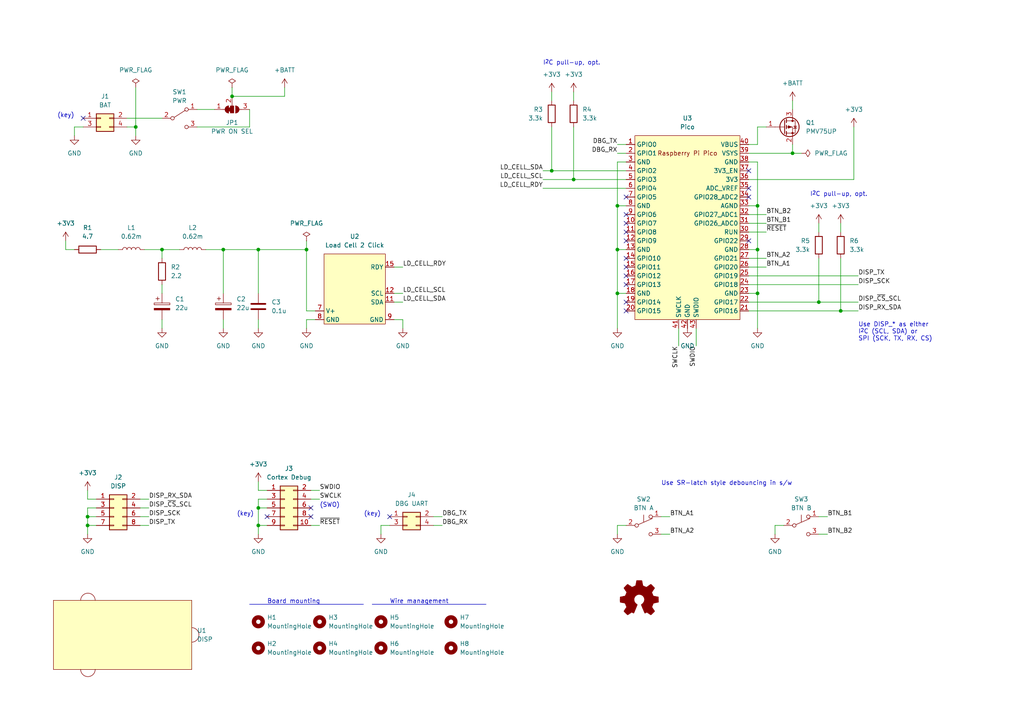
<source format=kicad_sch>
(kicad_sch (version 20211123) (generator eeschema)
  (paper "A4")
  (lib_symbols
    (symbol "Connector_Generic:Conn_02x02_Odd_Even" (pin_names (offset 1.016) hide)
      (property "Reference" "J" (at 1.27 2.54 0))
      (property "Value" "Conn_02x02_Odd_Even" (at 1.27 -5.08 0))
      (symbol "Conn_02x02_Odd_Even_1_1"
        (rectangle (start -1.27 -2.413) (end 0 -2.667) (stroke (width 0.1524)))
        (rectangle (start -1.27 0.127) (end 0 -0.127) (stroke (width 0.1524)))
        (rectangle (start -1.27 1.27) (end 3.81 -3.81) (stroke (width 0.254)) (fill (type background)))
        (rectangle (start 3.81 -2.413) (end 2.54 -2.667) (stroke (width 0.1524)))
        (rectangle (start 3.81 0.127) (end 2.54 -0.127) (stroke (width 0.1524)))
        (pin passive line (at -5.08 0 0) (length 3.81) (name "Pin_1") (number "1"))
        (pin passive line (at 7.62 0 180) (length 3.81) (name "Pin_2") (number "2"))
        (pin passive line (at -5.08 -2.54 0) (length 3.81) (name "Pin_3") (number "3"))
        (pin passive line (at 7.62 -2.54 180) (length 3.81) (name "Pin_4") (number "4"))
      )
    )
    (symbol "Connector_Generic:Conn_02x04_Odd_Even" (pin_names (offset 1.016) hide)
      (property "Reference" "J" (at 1.27 5.08 0))
      (property "Value" "Conn_02x04_Odd_Even" (at 1.27 -7.62 0))
      (symbol "Conn_02x04_Odd_Even_1_1"
        (rectangle (start -1.27 -4.953) (end 0 -5.207) (stroke (width 0.1524)))
        (rectangle (start -1.27 -2.413) (end 0 -2.667) (stroke (width 0.1524)))
        (rectangle (start -1.27 0.127) (end 0 -0.127) (stroke (width 0.1524)))
        (rectangle (start -1.27 2.667) (end 0 2.413) (stroke (width 0.1524)))
        (rectangle (start -1.27 3.81) (end 3.81 -6.35) (stroke (width 0.254)) (fill (type background)))
        (rectangle (start 3.81 -4.953) (end 2.54 -5.207) (stroke (width 0.1524)))
        (rectangle (start 3.81 -2.413) (end 2.54 -2.667) (stroke (width 0.1524)))
        (rectangle (start 3.81 0.127) (end 2.54 -0.127) (stroke (width 0.1524)))
        (rectangle (start 3.81 2.667) (end 2.54 2.413) (stroke (width 0.1524)))
        (pin passive line (at -5.08 2.54 0) (length 3.81) (name "Pin_1") (number "1"))
        (pin passive line (at 7.62 2.54 180) (length 3.81) (name "Pin_2") (number "2"))
        (pin passive line (at -5.08 0 0) (length 3.81) (name "Pin_3") (number "3"))
        (pin passive line (at 7.62 0 180) (length 3.81) (name "Pin_4") (number "4"))
        (pin passive line (at -5.08 -2.54 0) (length 3.81) (name "Pin_5") (number "5"))
        (pin passive line (at 7.62 -2.54 180) (length 3.81) (name "Pin_6") (number "6"))
        (pin passive line (at -5.08 -5.08 0) (length 3.81) (name "Pin_7") (number "7"))
        (pin passive line (at 7.62 -5.08 180) (length 3.81) (name "Pin_8") (number "8"))
      )
    )
    (symbol "Connector_Generic:Conn_02x05_Odd_Even" (pin_names (offset 1.016) hide)
      (property "Reference" "J" (at 1.27 7.62 0))
      (property "Value" "Conn_02x05_Odd_Even" (at 1.27 -7.62 0))
      (symbol "Conn_02x05_Odd_Even_1_1"
        (rectangle (start -1.27 -4.953) (end 0 -5.207) (stroke (width 0.1524)))
        (rectangle (start -1.27 -2.413) (end 0 -2.667) (stroke (width 0.1524)))
        (rectangle (start -1.27 0.127) (end 0 -0.127) (stroke (width 0.1524)))
        (rectangle (start -1.27 2.667) (end 0 2.413) (stroke (width 0.1524)))
        (rectangle (start -1.27 5.207) (end 0 4.953) (stroke (width 0.1524)))
        (rectangle (start -1.27 6.35) (end 3.81 -6.35) (stroke (width 0.254)) (fill (type background)))
        (rectangle (start 3.81 -4.953) (end 2.54 -5.207) (stroke (width 0.1524)))
        (rectangle (start 3.81 -2.413) (end 2.54 -2.667) (stroke (width 0.1524)))
        (rectangle (start 3.81 0.127) (end 2.54 -0.127) (stroke (width 0.1524)))
        (rectangle (start 3.81 2.667) (end 2.54 2.413) (stroke (width 0.1524)))
        (rectangle (start 3.81 5.207) (end 2.54 4.953) (stroke (width 0.1524)))
        (pin passive line (at -5.08 5.08 0) (length 3.81) (name "Pin_1") (number "1"))
        (pin passive line (at 7.62 -5.08 180) (length 3.81) (name "Pin_10") (number "10"))
        (pin passive line (at 7.62 5.08 180) (length 3.81) (name "Pin_2") (number "2"))
        (pin passive line (at -5.08 2.54 0) (length 3.81) (name "Pin_3") (number "3"))
        (pin passive line (at 7.62 2.54 180) (length 3.81) (name "Pin_4") (number "4"))
        (pin passive line (at -5.08 0 0) (length 3.81) (name "Pin_5") (number "5"))
        (pin passive line (at 7.62 0 180) (length 3.81) (name "Pin_6") (number "6"))
        (pin passive line (at -5.08 -2.54 0) (length 3.81) (name "Pin_7") (number "7"))
        (pin passive line (at 7.62 -2.54 180) (length 3.81) (name "Pin_8") (number "8"))
        (pin passive line (at -5.08 -5.08 0) (length 3.81) (name "Pin_9") (number "9"))
      )
    )
    (symbol "Device:C" (pin_numbers hide) (pin_names (offset 0.254))
      (property "Reference" "C" (at 0.635 2.54 0))
      (property "Value" "C" (at 0.635 -2.54 0))
      (symbol "C_0_1"
        (polyline (pts (xy -2.032 -0.762) (xy 2.032 -0.762)) (stroke (width 0.508)))
        (polyline (pts (xy -2.032 0.762) (xy 2.032 0.762)) (stroke (width 0.508)))
      )
      (symbol "C_1_1"
        (pin passive line (at 0 3.81 270) (length 2.794) (name "~") (number "1"))
        (pin passive line (at 0 -3.81 90) (length 2.794) (name "~") (number "2"))
      )
    )
    (symbol "Device:C_Polarized" (pin_numbers hide) (pin_names (offset 0.254))
      (property "Reference" "C" (at 0.635 2.54 0))
      (property "Value" "C_Polarized" (at 0.635 -2.54 0))
      (symbol "C_Polarized_0_1"
        (rectangle (start -2.286 0.508) (end 2.286 1.016))
        (polyline (pts (xy -1.778 2.286) (xy -0.762 2.286)))
        (polyline (pts (xy -1.27 2.794) (xy -1.27 1.778)))
        (rectangle (start 2.286 -0.508) (end -2.286 -1.016) (fill (type outline)))
      )
      (symbol "C_Polarized_1_1"
        (pin passive line (at 0 3.81 270) (length 2.794) (name "~") (number "1"))
        (pin passive line (at 0 -3.81 90) (length 2.794) (name "~") (number "2"))
      )
    )
    (symbol "Device:L" (pin_numbers hide) (pin_names (offset 1.016) hide)
      (property "Reference" "L" (at -1.27 0 90))
      (property "Value" "L" (at 1.905 0 90))
      (symbol "L_0_1"
        (arc (start 0 -2.54) (mid 0.635 -1.905) (end 0 -1.27))
        (arc (start 0 -1.27) (mid 0.635 -0.635) (end 0 0))
        (arc (start 0 0) (mid 0.635 0.635) (end 0 1.27))
        (arc (start 0 1.27) (mid 0.635 1.905) (end 0 2.54))
      )
      (symbol "L_1_1"
        (pin passive line (at 0 3.81 270) (length 1.27) (name "1") (number "1"))
        (pin passive line (at 0 -3.81 90) (length 1.27) (name "2") (number "2"))
      )
    )
    (symbol "Device:Q_PMOS_GSD" (pin_names (offset 0) hide)
      (property "Reference" "Q" (at 5.08 1.27 0))
      (property "Value" "Q_PMOS_GSD" (at 5.08 -1.27 0))
      (symbol "Q_PMOS_GSD_0_1"
        (polyline (pts (xy 0.254 0) (xy -2.54 0)))
        (polyline (pts (xy 0.254 1.905) (xy 0.254 -1.905)) (stroke (width 0.254)))
        (polyline (pts (xy 0.762 -1.27) (xy 0.762 -2.286)) (stroke (width 0.254)))
        (polyline (pts (xy 0.762 0.508) (xy 0.762 -0.508)) (stroke (width 0.254)))
        (polyline (pts (xy 0.762 2.286) (xy 0.762 1.27)) (stroke (width 0.254)))
        (polyline (pts (xy 2.54 2.54) (xy 2.54 1.778)))
        (polyline (pts (xy 2.54 -2.54) (xy 2.54 0) (xy 0.762 0)))
        (polyline (pts (xy 0.762 1.778) (xy 3.302 1.778) (xy 3.302 -1.778) (xy 0.762 -1.778)))
        (polyline (pts (xy 2.286 0) (xy 1.27 0.381) (xy 1.27 -0.381) (xy 2.286 0)) (fill (type outline)))
        (polyline (pts (xy 2.794 -0.508) (xy 2.921 -0.381) (xy 3.683 -0.381) (xy 3.81 -0.254)))
        (polyline (pts (xy 3.302 -0.381) (xy 2.921 0.254) (xy 3.683 0.254) (xy 3.302 -0.381)))
        (circle (center 1.651 0) (radius 2.794) (stroke (width 0.254)))
        (circle (center 2.54 -1.778) (radius 0.254) (fill (type outline)))
        (circle (center 2.54 1.778) (radius 0.254) (fill (type outline)))
      )
      (symbol "Q_PMOS_GSD_1_1"
        (pin input line (at -5.08 0 0) (length 2.54) (name "G") (number "1"))
        (pin passive line (at 2.54 -5.08 90) (length 2.54) (name "S") (number "2"))
        (pin passive line (at 2.54 5.08 270) (length 2.54) (name "D") (number "3"))
      )
    )
    (symbol "Device:R" (pin_numbers hide) (pin_names (offset 0))
      (property "Reference" "R" (at 2.032 0 90))
      (property "Value" "R" (at 0 0 90))
      (symbol "R_0_1"
        (rectangle (start -1.016 -2.54) (end 1.016 2.54) (stroke (width 0.254)))
      )
      (symbol "R_1_1"
        (pin passive line (at 0 3.81 270) (length 1.27) (name "~") (number "1"))
        (pin passive line (at 0 -3.81 90) (length 1.27) (name "~") (number "2"))
      )
    )
    (symbol "Graphic:Logo_Open_Hardware_Small" (pin_names (offset 1.016))
      (symbol "Logo_Open_Hardware_Small_0_1"
        (polyline (pts (xy 3.3528 -4.3434) (xy 3.302 -4.318) (xy 3.175 -4.2418) (xy 2.9972 -4.1148) (xy 2.7686 -3.9624) (xy 2.54 -3.81) (xy 2.3622 -3.7084) (xy 2.2352 -3.6068) (xy 2.1844 -3.5814) (xy 2.159 -3.6068) (xy 2.0574 -3.6576) (xy 1.905 -3.7338) (xy 1.8034 -3.7846) (xy 1.6764 -3.8354) (xy 1.6002 -3.8354) (xy 1.6002 -3.8354) (xy 1.5494 -3.7338) (xy 1.4732 -3.5306) (xy 1.3462 -3.302) (xy 1.2446 -3.0226) (xy 1.1176 -2.7178) (xy 0.9652 -2.413) (xy 0.8636 -2.1082) (xy 0.7366 -1.8288) (xy 0.6604 -1.6256) (xy 0.6096 -1.4732) (xy 0.5842 -1.397) (xy 0.5842 -1.397) (xy 0.6604 -1.3208) (xy 0.7874 -1.2446) (xy 1.0414 -1.016) (xy 1.2954 -0.6858) (xy 1.4478 -0.3302) (xy 1.524 0.0762) (xy 1.4732 0.4572) (xy 1.3208 0.8128) (xy 1.0668 1.143) (xy 0.762 1.3716) (xy 0.4064 1.524) (xy 0 1.5748) (xy -0.381 1.5494) (xy -0.7366 1.397) (xy -1.0668 1.143) (xy -1.2192 0.9906) (xy -1.397 0.6604) (xy -1.524 0.3048) (xy -1.524 0.2286) (xy -1.4986 -0.1778) (xy -1.397 -0.5334) (xy -1.1938 -0.8636) (xy -0.9144 -1.143) (xy -0.8636 -1.1684) (xy -0.7366 -1.27) (xy -0.635 -1.3462) (xy -0.5842 -1.397) (xy -1.0668 -2.5908) (xy -1.143 -2.794) (xy -1.2954 -3.1242) (xy -1.397 -3.4036) (xy -1.4986 -3.6322) (xy -1.5748 -3.7846) (xy -1.6002 -3.8354) (xy -1.6002 -3.8354) (xy -1.651 -3.8354) (xy -1.7272 -3.81) (xy -1.905 -3.7338) (xy -2.0066 -3.683) (xy -2.1336 -3.6068) (xy -2.2098 -3.5814) (xy -2.2606 -3.6068) (xy -2.3622 -3.683) (xy -2.54 -3.81) (xy -2.7686 -3.9624) (xy -2.9718 -4.0894) (xy -3.1496 -4.2164) (xy -3.302 -4.318) (xy -3.3528 -4.3434) (xy -3.3782 -4.3434) (xy -3.429 -4.318) (xy -3.5306 -4.2164) (xy -3.7084 -4.064) (xy -3.937 -3.8354) (xy -3.9624 -3.81) (xy -4.1656 -3.6068) (xy -4.318 -3.4544) (xy -4.4196 -3.3274) (xy -4.445 -3.2766) (xy -4.445 -3.2766) (xy -4.4196 -3.2258) (xy -4.318 -3.0734) (xy -4.2164 -2.8956) (xy -4.064 -2.667) (xy -3.6576 -2.0828) (xy -3.8862 -1.5494) (xy -3.937 -1.3716) (xy -4.0386 -1.1684) (xy -4.0894 -1.0414) (xy -4.1148 -0.9652) (xy -4.191 -0.9398) (xy -4.318 -0.9144) (xy -4.5466 -0.8636) (xy -4.8006 -0.8128) (xy -5.0546 -0.7874) (xy -5.2578 -0.7366) (xy -5.4356 -0.7112) (xy -5.5118 -0.6858) (xy -5.5118 -0.6858) (xy -5.5372 -0.635) (xy -5.5372 -0.5588) (xy -5.5372 -0.4318) (xy -5.5626 -0.2286) (xy -5.5626 0.0762) (xy -5.5626 0.127) (xy -5.5372 0.4064) (xy -5.5372 0.635) (xy -5.5372 0.762) (xy -5.5372 0.8382) (xy -5.5372 0.8382) (xy -5.461 0.8382) (xy -5.3086 0.889) (xy -5.08 0.9144) (xy -4.826 0.9652) (xy -4.8006 0.9906) (xy -4.5466 1.0414) (xy -4.318 1.0668) (xy -4.1656 1.1176) (xy -4.0894 1.143) (xy -4.0894 1.143) (xy -4.0386 1.2446) (xy -3.9624 1.4224) (xy -3.8608 1.6256) (xy -3.7846 1.8288) (xy -3.7084 2.0066) (xy -3.6576 2.159) (xy -3.6322 2.2098) (xy -3.6322 2.2098) (xy -3.683 2.286) (xy -3.7592 2.413) (xy -3.8862 2.5908) (xy -4.064 2.8194) (xy -4.064 2.8448) (xy -4.2164 3.0734) (xy -4.3434 3.2512) (xy -4.4196 3.3782) (xy -4.445 3.4544) (xy -4.445 3.4544) (xy -4.3942 3.5052) (xy -4.2926 3.6322) (xy -4.1148 3.81) (xy -3.937 4.0132) (xy -3.8608 4.064) (xy -3.6576 4.2926) (xy -3.5052 4.4196) (xy -3.4036 4.4958) (xy -3.3528 4.5212) (xy -3.3528 4.5212) (xy -3.302 4.4704) (xy -3.1496 4.3688) (xy -2.9718 4.2418) (xy -2.7432 4.0894) (xy -2.7178 4.0894) (xy -2.4892 3.937) (xy -2.3114 3.81) (xy -2.1844 3.7084) (xy -2.1336 3.683) (xy -2.1082 3.683) (xy -2.032 3.7084) (xy -1.8542 3.7592) (xy -1.6764 3.8354) (xy -1.4732 3.937) (xy -1.27 4.0132) (xy -1.143 4.064) (xy -1.0668 4.1148) (xy -1.0668 4.1148) (xy -1.0414 4.191) (xy -1.016 4.3434) (xy -0.9652 4.572) (xy -0.9144 4.8514) (xy -0.889 4.9022) (xy -0.8382 5.1562) (xy -0.8128 5.3848) (xy -0.7874 5.5372) (xy -0.762 5.588) (xy -0.7112 5.6134) (xy -0.5842 5.6134) (xy -0.4064 5.6134) (xy -0.1524 5.6134) (xy 0.0762 5.6134) (xy 0.3302 5.6134) (xy 0.5334 5.6134) (xy 0.6858 5.588) (xy 0.7366 5.588) (xy 0.7366 5.588) (xy 0.762 5.5118) (xy 0.8128 5.334) (xy 0.8382 5.1054) (xy 0.9144 4.826) (xy 0.9144 4.7752) (xy 0.9652 4.5212) (xy 1.016 4.2926) (xy 1.0414 4.1402) (xy 1.0668 4.0894) (xy 1.0668 4.0894) (xy 1.1938 4.0386) (xy 1.3716 3.9624) (xy 1.5748 3.8608) (xy 2.0828 3.6576) (xy 2.7178 4.0894) (xy 2.7686 4.1402) (xy 2.9972 4.2926) (xy 3.175 4.4196) (xy 3.302 4.4958) (xy 3.3782 4.5212) (xy 3.3782 4.5212) (xy 3.429 4.4704) (xy 3.556 4.3434) (xy 3.7338 4.191) (xy 3.9116 3.9878) (xy 4.064 3.8354) (xy 4.2418 3.6576) (xy 4.3434 3.556) (xy 4.4196 3.4798) (xy 4.4196 3.429) (xy 4.4196 3.4036) (xy 4.3942 3.3274) (xy 4.2926 3.2004) (xy 4.1656 2.9972) (xy 4.0132 2.794) (xy 3.8862 2.5908) (xy 3.7592 2.3876) (xy 3.6576 2.2352) (xy 3.6322 2.159) (xy 3.6322 2.1336) (xy 3.683 2.0066) (xy 3.7592 1.8288) (xy 3.8608 1.6002) (xy 4.064 1.1176) (xy 4.3942 1.0414) (xy 4.5974 1.016) (xy 4.8768 0.9652) (xy 5.1308 0.9144) (xy 5.5372 0.8382) (xy 5.5626 -0.6604) (xy 5.4864 -0.6858) (xy 5.4356 -0.6858) (xy 5.2832 -0.7366) (xy 5.0546 -0.762) (xy 4.8006 -0.8128) (xy 4.5974 -0.8636) (xy 4.3688 -0.9144) (xy 4.2164 -0.9398) (xy 4.1402 -0.9398) (xy 4.1148 -0.9652) (xy 4.064 -1.0668) (xy 3.9878 -1.2446) (xy 3.9116 -1.4478) (xy 3.81 -1.651) (xy 3.7338 -1.8542) (xy 3.683 -2.0066) (xy 3.6576 -2.0828) (xy 3.683 -2.1336) (xy 3.7846 -2.2606) (xy 3.8862 -2.4638) (xy 4.0386 -2.667) (xy 4.191 -2.8956) (xy 4.318 -3.0734) (xy 4.3942 -3.2004) (xy 4.445 -3.2766) (xy 4.4196 -3.3274) (xy 4.3434 -3.429) (xy 4.1656 -3.5814) (xy 3.937 -3.8354) (xy 3.8862 -3.8608) (xy 3.683 -4.064) (xy 3.5306 -4.2164) (xy 3.4036 -4.318) (xy 3.3528 -4.3434)) (fill (type outline)))
      )
    )
    (symbol "Jumper:SolderJumper_3_Bridged12" (pin_names (offset 0) hide)
      (property "Reference" "JP" (at -2.54 -2.54 0))
      (property "Value" "SolderJumper_3_Bridged12" (at 0 2.794 0))
      (symbol "SolderJumper_3_Bridged12_0_1"
        (rectangle (start -1.016 0.508) (end -0.508 -0.508) (fill (type outline)))
        (arc (start -1.016 1.016) (mid -2.032 0) (end -1.016 -1.016))
        (arc (start -1.016 1.016) (mid -2.032 0) (end -1.016 -1.016) (fill (type outline)))
        (rectangle (start -0.508 1.016) (end 0.508 -1.016) (fill (type outline)))
        (polyline (pts (xy -2.54 0) (xy -2.032 0)))
        (polyline (pts (xy -1.016 1.016) (xy -1.016 -1.016)))
        (polyline (pts (xy 0 -1.27) (xy 0 -1.016)))
        (polyline (pts (xy 1.016 1.016) (xy 1.016 -1.016)))
        (polyline (pts (xy 2.54 0) (xy 2.032 0)))
        (arc (start 1.016 -1.016) (mid 2.032 0) (end 1.016 1.016))
        (arc (start 1.016 -1.016) (mid 2.032 0) (end 1.016 1.016) (fill (type outline)))
      )
      (symbol "SolderJumper_3_Bridged12_1_1"
        (pin passive line (at -5.08 0 0) (length 2.54) (name "A") (number "1"))
        (pin passive line (at 0 -3.81 90) (length 2.54) (name "C") (number "2"))
        (pin passive line (at 5.08 0 180) (length 2.54) (name "B") (number "3"))
      )
    )
    (symbol "Local:Load Cell 2 Click"
      (property "Reference" "U3" (at 0 15.24 0))
      (property "Value" "Load Cell 2 Click" (at 0 12.7 0))
      (symbol "Load Cell 2 Click_0_0"
        (pin bidirectional line (at 11.43 -3.81 180) (length 2.54) (name "SDA") (number "11"))
        (pin bidirectional line (at 11.43 -1.27 180) (length 2.54) (name "SCL") (number "12"))
        (pin output line (at 11.43 6.35 180) (length 2.54) (name "RDY") (number "15"))
        (pin power_in line (at -11.43 -6.35 0) (length 2.54) (name "V+") (number "7"))
        (pin power_in line (at -11.43 -8.89 0) (length 2.54) (name "GND") (number "8"))
        (pin power_in line (at 11.43 -8.89 180) (length 2.54) (name "GND") (number "9"))
      )
      (symbol "Load Cell 2 Click_0_1"
        (rectangle (start -8.89 10.16) (end 8.89 -10.16) (fill (type background)))
      )
    )
    (symbol "Local:Seeed_Grove_20x40"
      (property "Reference" "U?" (at 21.59 1.2701 0))
      (property "Value" "DISP" (at 21.59 -1.2699 0))
      (symbol "Seeed_Grove_20x40_0_1"
        (rectangle (start -20.066 10.033) (end 20.066 -10.033) (fill (type background)))
        (arc (start -20.0455 2.1082) (mid -22.1743 0) (end -20.0455 -2.1082))
        (arc (start 7.9502 -10.0125) (mid 10.0584 -12.1413) (end 12.1666 -10.0125))
        (arc (start 12.1666 10.0125) (mid 10.0584 12.1413) (end 7.9502 10.0125))
      )
    )
    (symbol "Mechanical:MountingHole" (pin_names (offset 1.016))
      (property "Reference" "H" (at 0 5.08 0))
      (property "Value" "MountingHole" (at 0 3.175 0))
      (symbol "MountingHole_0_1"
        (circle (center 0 0) (radius 1.27) (stroke (width 1.27)))
      )
    )
    (symbol "RPi Pico:Pico"
      (property "Reference" "U" (at -13.97 27.94 0))
      (property "Value" "Pico" (at 0 19.05 0))
      (symbol "Pico_0_0"
        (text "Raspberry Pi Pico" (at 0 21.59 0) (effects (font (size 1.27 1.27))))
      )
      (symbol "Pico_0_1"
        (rectangle (start -15.24 26.67) (end 15.24 -26.67) (fill (type background)))
      )
      (symbol "Pico_1_1"
        (pin bidirectional line (at -17.78 24.13 0) (length 2.54) (name "GPIO0") (number "1"))
        (pin bidirectional line (at -17.78 1.27 0) (length 2.54) (name "GPIO7") (number "10"))
        (pin bidirectional line (at -17.78 -1.27 0) (length 2.54) (name "GPIO8") (number "11"))
        (pin bidirectional line (at -17.78 -3.81 0) (length 2.54) (name "GPIO9") (number "12"))
        (pin power_in line (at -17.78 -6.35 0) (length 2.54) (name "GND") (number "13"))
        (pin bidirectional line (at -17.78 -8.89 0) (length 2.54) (name "GPIO10") (number "14"))
        (pin bidirectional line (at -17.78 -11.43 0) (length 2.54) (name "GPIO11") (number "15"))
        (pin bidirectional line (at -17.78 -13.97 0) (length 2.54) (name "GPIO12") (number "16"))
        (pin bidirectional line (at -17.78 -16.51 0) (length 2.54) (name "GPIO13") (number "17"))
        (pin power_in line (at -17.78 -19.05 0) (length 2.54) (name "GND") (number "18"))
        (pin bidirectional line (at -17.78 -21.59 0) (length 2.54) (name "GPIO14") (number "19"))
        (pin bidirectional line (at -17.78 21.59 0) (length 2.54) (name "GPIO1") (number "2"))
        (pin bidirectional line (at -17.78 -24.13 0) (length 2.54) (name "GPIO15") (number "20"))
        (pin bidirectional line (at 17.78 -24.13 180) (length 2.54) (name "GPIO16") (number "21"))
        (pin bidirectional line (at 17.78 -21.59 180) (length 2.54) (name "GPIO17") (number "22"))
        (pin power_in line (at 17.78 -19.05 180) (length 2.54) (name "GND") (number "23"))
        (pin bidirectional line (at 17.78 -16.51 180) (length 2.54) (name "GPIO18") (number "24"))
        (pin bidirectional line (at 17.78 -13.97 180) (length 2.54) (name "GPIO19") (number "25"))
        (pin bidirectional line (at 17.78 -11.43 180) (length 2.54) (name "GPIO20") (number "26"))
        (pin bidirectional line (at 17.78 -8.89 180) (length 2.54) (name "GPIO21") (number "27"))
        (pin power_in line (at 17.78 -6.35 180) (length 2.54) (name "GND") (number "28"))
        (pin bidirectional line (at 17.78 -3.81 180) (length 2.54) (name "GPIO22") (number "29"))
        (pin power_in line (at -17.78 19.05 0) (length 2.54) (name "GND") (number "3"))
        (pin input line (at 17.78 -1.27 180) (length 2.54) (name "RUN") (number "30"))
        (pin bidirectional line (at 17.78 1.27 180) (length 2.54) (name "GPIO26_ADC0") (number "31"))
        (pin bidirectional line (at 17.78 3.81 180) (length 2.54) (name "GPIO27_ADC1") (number "32"))
        (pin power_in line (at 17.78 6.35 180) (length 2.54) (name "AGND") (number "33"))
        (pin bidirectional line (at 17.78 8.89 180) (length 2.54) (name "GPIO28_ADC2") (number "34"))
        (pin power_in line (at 17.78 11.43 180) (length 2.54) (name "ADC_VREF") (number "35"))
        (pin power_out line (at 17.78 13.97 180) (length 2.54) (name "3V3") (number "36"))
        (pin input line (at 17.78 16.51 180) (length 2.54) (name "3V3_EN") (number "37"))
        (pin power_in line (at 17.78 19.05 180) (length 2.54) (name "GND") (number "38"))
        (pin power_in line (at 17.78 21.59 180) (length 2.54) (name "VSYS") (number "39"))
        (pin bidirectional line (at -17.78 16.51 0) (length 2.54) (name "GPIO2") (number "4"))
        (pin power_out line (at 17.78 24.13 180) (length 2.54) (name "VBUS") (number "40"))
        (pin input line (at -2.54 -29.21 90) (length 2.54) (name "SWCLK") (number "41"))
        (pin power_in line (at 0 -29.21 90) (length 2.54) (name "GND") (number "42"))
        (pin bidirectional line (at 2.54 -29.21 90) (length 2.54) (name "SWDIO") (number "43"))
        (pin bidirectional line (at -17.78 13.97 0) (length 2.54) (name "GPIO3") (number "5"))
        (pin bidirectional line (at -17.78 11.43 0) (length 2.54) (name "GPIO4") (number "6"))
        (pin bidirectional line (at -17.78 8.89 0) (length 2.54) (name "GPIO5") (number "7"))
        (pin power_in line (at -17.78 6.35 0) (length 2.54) (name "GND") (number "8"))
        (pin bidirectional line (at -17.78 3.81 0) (length 2.54) (name "GPIO6") (number "9"))
      )
    )
    (symbol "Switch:SW_Push_SPDT" (pin_names (offset 0) hide)
      (property "Reference" "SW" (at 0 4.318 0))
      (property "Value" "SW_Push_SPDT" (at 0 -5.08 0))
      (symbol "SW_Push_SPDT_0_0"
        (circle (center -2.032 0) (radius 0.508))
        (polyline (pts (xy 0 1.016) (xy 0 3.048)))
        (circle (center 2.032 -2.54) (radius 0.508))
      )
      (symbol "SW_Push_SPDT_0_1"
        (polyline (pts (xy -1.524 0.254) (xy 2.54 2.032)))
        (circle (center 2.032 2.54) (radius 0.508))
      )
      (symbol "SW_Push_SPDT_1_1"
        (pin passive line (at 5.08 2.54 180) (length 2.54) (name "A") (number "1"))
        (pin passive line (at -5.08 0 0) (length 2.54) (name "B") (number "2"))
        (pin passive line (at 5.08 -2.54 180) (length 2.54) (name "C") (number "3"))
      )
    )
    (symbol "Switch:SW_SPDT" (pin_names (offset 0) hide)
      (property "Reference" "SW" (at 0 4.318 0))
      (property "Value" "SW_SPDT" (at 0 -5.08 0))
      (symbol "SW_SPDT_0_0"
        (circle (center -2.032 0) (radius 0.508))
        (circle (center 2.032 -2.54) (radius 0.508))
      )
      (symbol "SW_SPDT_0_1"
        (polyline (pts (xy -1.524 0.254) (xy 1.651 2.286)))
        (circle (center 2.032 2.54) (radius 0.508))
      )
      (symbol "SW_SPDT_1_1"
        (pin passive line (at 5.08 2.54 180) (length 2.54) (name "A") (number "1"))
        (pin passive line (at -5.08 0 0) (length 2.54) (name "B") (number "2"))
        (pin passive line (at 5.08 -2.54 180) (length 2.54) (name "C") (number "3"))
      )
    )
    (symbol "power:+3V3" (power) (pin_names (offset 0))
      (property "Value" "+3V3" (at 0 3.556 0))
      (symbol "+3V3_0_1"
        (polyline (pts (xy -0.762 1.27) (xy 0 2.54)))
        (polyline (pts (xy 0 0) (xy 0 2.54)))
        (polyline (pts (xy 0 2.54) (xy 0.762 1.27)))
      )
      (symbol "+3V3_1_1"
        (pin power_in line (at 0 0 90) (length 0) hide (name "+3V3") (number "1"))
      )
    )
    (symbol "power:+BATT" (power) (pin_names (offset 0))
      (property "Value" "+BATT" (at 0 3.556 0))
      (symbol "+BATT_0_1"
        (polyline (pts (xy -0.762 1.27) (xy 0 2.54)))
        (polyline (pts (xy 0 0) (xy 0 2.54)))
        (polyline (pts (xy 0 2.54) (xy 0.762 1.27)))
      )
      (symbol "+BATT_1_1"
        (pin power_in line (at 0 0 90) (length 0) hide (name "+BATT") (number "1"))
      )
    )
    (symbol "power:GND" (power) (pin_names (offset 0))
      (property "Value" "GND" (at 0 -3.81 0))
      (symbol "GND_0_1"
        (polyline (pts (xy 0 0) (xy 0 -1.27) (xy 1.27 -1.27) (xy 0 -2.54) (xy -1.27 -1.27) (xy 0 -1.27)))
      )
      (symbol "GND_1_1"
        (pin power_in line (at 0 0 270) (length 0) hide (name "GND") (number "1"))
      )
    )
    (symbol "power:PWR_FLAG" (power) (pin_numbers hide) (pin_names (offset 0) hide)
      (property "Value" "PWR_FLAG" (at 0 3.81 0))
      (symbol "PWR_FLAG_0_0"
        (pin power_out line (at 0 0 90) (length 0) (name "pwr") (number "1"))
      )
      (symbol "PWR_FLAG_0_1"
        (polyline (pts (xy 0 0) (xy 0 1.27) (xy -1.016 1.905) (xy 0 2.54) (xy 1.016 1.905) (xy 0 1.27)))
      )
    )
  )
  (junction (at 39.37 36.83))
  (junction (at 64.77 72.39))
  (junction (at 46.99 72.39))
  (junction (at 25.4 152.4))
  (junction (at 179.07 85.09))
  (junction (at 25.4 149.86))
  (junction (at 219.71 85.09))
  (junction (at 237.49 87.63))
  (junction (at 243.84 90.17))
  (junction (at 219.71 72.39))
  (junction (at 88.9 72.39))
  (junction (at 74.93 147.32))
  (junction (at 160.02 49.53))
  (junction (at 179.07 59.69))
  (junction (at 74.93 152.4))
  (junction (at 166.37 52.07))
  (junction (at 179.07 72.39))
  (junction (at 74.93 72.39))
  (junction (at 229.87 44.45))
  (junction (at 67.31 27.94))
  (junction (at 219.71 59.69))
  (no_connect (at 90.17 147.32))
  (no_connect (at 90.17 149.86))
  (no_connect (at 77.47 149.86))
  (no_connect (at 24.13 34.29))
  (no_connect (at 181.61 69.85))
  (no_connect (at 181.61 67.31))
  (no_connect (at 181.61 64.77))
  (no_connect (at 181.61 62.23))
  (no_connect (at 181.61 57.15))
  (no_connect (at 181.61 90.17))
  (no_connect (at 181.61 87.63))
  (no_connect (at 181.61 82.55))
  (no_connect (at 181.61 80.01))
  (no_connect (at 217.17 49.53))
  (no_connect (at 217.17 54.61))
  (no_connect (at 217.17 57.15))
  (no_connect (at 217.17 69.85))
  (no_connect (at 181.61 77.47))
  (no_connect (at 181.61 74.93))
  (no_connect (at 113.03 149.86))
  (wire (pts (xy 25.4 147.32) (xy 27.94 147.32)))
  (polyline (pts (xy 72.39 175.26) (xy 105.41 175.26)) (stroke (width 0) (type solid)))
  (wire (pts (xy 179.07 72.39) (xy 181.61 72.39)))
  (wire (pts (xy 179.07 154.94) (xy 179.07 152.4)))
  (wire (pts (xy 237.49 64.77) (xy 237.49 67.31)))
  (wire (pts (xy 114.3 85.09) (xy 116.84 85.09)))
  (wire (pts (xy 57.15 31.75) (xy 62.23 31.75)))
  (wire (pts (xy 77.47 147.32) (xy 74.93 147.32)))
  (wire (pts (xy 21.59 36.83) (xy 21.59 39.37)))
  (wire (pts (xy 114.3 92.71) (xy 116.84 92.71)))
  (wire (pts (xy 46.99 72.39) (xy 46.99 74.93)))
  (wire (pts (xy 40.64 144.78) (xy 43.18 144.78)))
  (wire (pts (xy 217.17 52.07) (xy 247.65 52.07)))
  (wire (pts (xy 160.02 49.53) (xy 181.61 49.53)))
  (wire (pts (xy 179.07 41.91) (xy 181.61 41.91)))
  (wire (pts (xy 74.93 72.39) (xy 74.93 85.09)))
  (wire (pts (xy 160.02 36.83) (xy 160.02 49.53)))
  (wire (pts (xy 219.71 85.09) (xy 219.71 95.25)))
  (wire (pts (xy 179.07 46.99) (xy 179.07 59.69)))
  (wire (pts (xy 166.37 26.67) (xy 166.37 29.21)))
  (wire (pts (xy 46.99 72.39) (xy 52.07 72.39)))
  (wire (pts (xy 243.84 90.17) (xy 248.92 90.17)))
  (wire (pts (xy 19.05 72.39) (xy 19.05 69.85)))
  (wire (pts (xy 217.17 41.91) (xy 219.71 41.91)))
  (wire (pts (xy 166.37 52.07) (xy 181.61 52.07)))
  (wire (pts (xy 217.17 82.55) (xy 248.92 82.55)))
  (wire (pts (xy 88.9 92.71) (xy 88.9 95.25)))
  (wire (pts (xy 217.17 44.45) (xy 229.87 44.45)))
  (wire (pts (xy 88.9 92.71) (xy 91.44 92.71)))
  (polyline (pts (xy 107.95 175.26) (xy 140.97 175.26)) (stroke (width 0) (type solid)))
  (wire (pts (xy 217.17 87.63) (xy 237.49 87.63)))
  (wire (pts (xy 217.17 74.93) (xy 222.25 74.93)))
  (wire (pts (xy 179.07 59.69) (xy 181.61 59.69)))
  (wire (pts (xy 57.15 36.83) (xy 72.39 36.83)))
  (wire (pts (xy 40.64 149.86) (xy 43.18 149.86)))
  (wire (pts (xy 237.49 154.94) (xy 240.03 154.94)))
  (wire (pts (xy 110.49 152.4) (xy 110.49 154.94)))
  (wire (pts (xy 191.77 154.94) (xy 194.31 154.94)))
  (wire (pts (xy 191.77 149.86) (xy 194.31 149.86)))
  (wire (pts (xy 243.84 64.77) (xy 243.84 67.31)))
  (wire (pts (xy 179.07 152.4) (xy 181.61 152.4)))
  (wire (pts (xy 217.17 64.77) (xy 222.25 64.77)))
  (wire (pts (xy 217.17 80.01) (xy 248.92 80.01)))
  (wire (pts (xy 74.93 144.78) (xy 77.47 144.78)))
  (wire (pts (xy 29.21 72.39) (xy 34.29 72.39)))
  (wire (pts (xy 39.37 25.4) (xy 39.37 36.83)))
  (wire (pts (xy 90.17 152.4) (xy 92.71 152.4)))
  (wire (pts (xy 237.49 149.86) (xy 240.03 149.86)))
  (wire (pts (xy 39.37 39.37) (xy 39.37 36.83)))
  (wire (pts (xy 88.9 69.85) (xy 88.9 72.39)))
  (wire (pts (xy 166.37 36.83) (xy 166.37 52.07)))
  (wire (pts (xy 74.93 92.71) (xy 74.93 95.25)))
  (wire (pts (xy 74.93 147.32) (xy 74.93 152.4)))
  (wire (pts (xy 64.77 92.71) (xy 64.77 95.25)))
  (wire (pts (xy 157.48 49.53) (xy 160.02 49.53)))
  (wire (pts (xy 179.07 72.39) (xy 179.07 85.09)))
  (wire (pts (xy 157.48 54.61) (xy 181.61 54.61)))
  (wire (pts (xy 74.93 152.4) (xy 77.47 152.4)))
  (wire (pts (xy 237.49 74.93) (xy 237.49 87.63)))
  (wire (pts (xy 217.17 46.99) (xy 219.71 46.99)))
  (wire (pts (xy 217.17 90.17) (xy 243.84 90.17)))
  (wire (pts (xy 110.49 152.4) (xy 113.03 152.4)))
  (wire (pts (xy 21.59 36.83) (xy 24.13 36.83)))
  (wire (pts (xy 74.93 152.4) (xy 74.93 154.94)))
  (wire (pts (xy 219.71 46.99) (xy 219.71 59.69)))
  (wire (pts (xy 59.69 72.39) (xy 64.77 72.39)))
  (wire (pts (xy 88.9 72.39) (xy 88.9 90.17)))
  (wire (pts (xy 46.99 92.71) (xy 46.99 95.25)))
  (wire (pts (xy 90.17 142.24) (xy 92.71 142.24)))
  (wire (pts (xy 25.4 149.86) (xy 27.94 149.86)))
  (wire (pts (xy 36.83 36.83) (xy 39.37 36.83)))
  (wire (pts (xy 160.02 26.67) (xy 160.02 29.21)))
  (wire (pts (xy 64.77 85.09) (xy 64.77 72.39)))
  (wire (pts (xy 40.64 152.4) (xy 43.18 152.4)))
  (wire (pts (xy 229.87 29.21) (xy 229.87 31.75)))
  (wire (pts (xy 237.49 87.63) (xy 248.92 87.63)))
  (wire (pts (xy 179.07 44.45) (xy 181.61 44.45)))
  (wire (pts (xy 74.93 72.39) (xy 88.9 72.39)))
  (wire (pts (xy 219.71 59.69) (xy 219.71 72.39)))
  (wire (pts (xy 224.79 154.94) (xy 224.79 152.4)))
  (wire (pts (xy 196.85 95.25) (xy 196.85 100.33)))
  (wire (pts (xy 25.4 152.4) (xy 25.4 154.94)))
  (wire (pts (xy 25.4 147.32) (xy 25.4 149.86)))
  (wire (pts (xy 88.9 90.17) (xy 91.44 90.17)))
  (wire (pts (xy 25.4 144.78) (xy 27.94 144.78)))
  (wire (pts (xy 114.3 87.63) (xy 116.84 87.63)))
  (wire (pts (xy 179.07 85.09) (xy 181.61 85.09)))
  (wire (pts (xy 217.17 85.09) (xy 219.71 85.09)))
  (wire (pts (xy 41.91 72.39) (xy 46.99 72.39)))
  (wire (pts (xy 90.17 144.78) (xy 92.71 144.78)))
  (wire (pts (xy 82.55 25.4) (xy 82.55 27.94)))
  (wire (pts (xy 217.17 59.69) (xy 219.71 59.69)))
  (wire (pts (xy 219.71 72.39) (xy 219.71 85.09)))
  (wire (pts (xy 217.17 72.39) (xy 219.71 72.39)))
  (wire (pts (xy 77.47 142.24) (xy 74.93 142.24)))
  (wire (pts (xy 229.87 41.91) (xy 229.87 44.45)))
  (wire (pts (xy 125.73 152.4) (xy 128.27 152.4)))
  (wire (pts (xy 247.65 36.83) (xy 247.65 52.07)))
  (wire (pts (xy 125.73 149.86) (xy 128.27 149.86)))
  (wire (pts (xy 179.07 85.09) (xy 179.07 95.25)))
  (wire (pts (xy 114.3 77.47) (xy 116.84 77.47)))
  (wire (pts (xy 21.59 72.39) (xy 19.05 72.39)))
  (wire (pts (xy 217.17 62.23) (xy 222.25 62.23)))
  (wire (pts (xy 67.31 25.4) (xy 67.31 27.94)))
  (wire (pts (xy 116.84 92.71) (xy 116.84 95.25)))
  (wire (pts (xy 219.71 36.83) (xy 219.71 41.91)))
  (wire (pts (xy 243.84 74.93) (xy 243.84 90.17)))
  (wire (pts (xy 229.87 44.45) (xy 232.41 44.45)))
  (wire (pts (xy 25.4 142.24) (xy 25.4 144.78)))
  (wire (pts (xy 25.4 149.86) (xy 25.4 152.4)))
  (wire (pts (xy 179.07 59.69) (xy 179.07 72.39)))
  (wire (pts (xy 74.93 144.78) (xy 74.93 147.32)))
  (wire (pts (xy 36.83 34.29) (xy 46.99 34.29)))
  (wire (pts (xy 217.17 77.47) (xy 222.25 77.47)))
  (wire (pts (xy 201.93 95.25) (xy 201.93 100.33)))
  (wire (pts (xy 74.93 139.7) (xy 74.93 142.24)))
  (wire (pts (xy 40.64 147.32) (xy 43.18 147.32)))
  (wire (pts (xy 72.39 31.75) (xy 72.39 36.83)))
  (wire (pts (xy 46.99 82.55) (xy 46.99 85.09)))
  (wire (pts (xy 181.61 46.99) (xy 179.07 46.99)))
  (wire (pts (xy 217.17 67.31) (xy 222.25 67.31)))
  (wire (pts (xy 25.4 152.4) (xy 27.94 152.4)))
  (wire (pts (xy 224.79 152.4) (xy 227.33 152.4)))
  (wire (pts (xy 64.77 72.39) (xy 74.93 72.39)))
  (wire (pts (xy 67.31 27.94) (xy 82.55 27.94)))
  (wire (pts (xy 157.48 52.07) (xy 166.37 52.07)))
  (wire (pts (xy 222.25 36.83) (xy 219.71 36.83)))
  (text "(key)" (at 110.49 149.86 180) (effects (font (size 1.27 1.27)) (justify right bottom)))
  (text "Board mounting" (at 77.47 175.26 0) (effects (font (size 1.27 1.27)) (justify left bottom)))
  (text "(key)" (at 73.66 149.86 180) (effects (font (size 1.27 1.27)) (justify right bottom)))
  (text "Use SR-latch style debouncing in s/w" (at 191.77 140.97 0) (effects (font (size 1.27 1.27)) (justify left bottom)))
  (text "I^{2}C pull-up, opt." (at 234.95 57.15 0) (effects (font (size 1.27 1.27)) (justify left bottom)))
  (text "Use DISP_* as either\nI^{2}C (SCL, SDA) or\nSPI (SCK, TX, RX, CS)" (at 248.92 99.06 0) (effects (font (size 1.27 1.27)) (justify left bottom)))
  (text "(SWO)" (at 92.71 147.32 0) (effects (font (size 1.27 1.27)) (justify left bottom)))
  (text "Wire management" (at 113.03 175.26 0) (effects (font (size 1.27 1.27)) (justify left bottom)))
  (text "(key)" (at 21.59 34.29 180) (effects (font (size 1.27 1.27)) (justify right bottom)))
  (text "I^{2}C pull-up, opt." (at 157.48 19.05 0) (effects (font (size 1.27 1.27)) (justify left bottom)))
  (label "DISP_SCK" (at 43.18 149.86 0))
  (label "LD_CELL_RDY" (at 116.84 77.47 0))
  (label "BTN_A1" (at 222.25 77.47 0))
  (label "DISP_RX_SDA" (at 43.18 144.78 0))
  (label "SWCLK" (at 196.85 100.33 270))
  (label "BTN_B1" (at 222.25 64.77 0))
  (label "BTN_B1" (at 240.03 149.86 0))
  (label "SWDIO" (at 201.93 100.33 270))
  (label "BTN_B2" (at 222.25 62.23 0))
  (label "DBG_TX" (at 128.27 149.86 0))
  (label "BTN_A2" (at 222.25 74.93 0))
  (label "DBG_RX" (at 179.07 44.45 180))
  (label "LD_CELL_SCL" (at 116.84 85.09 0))
  (label "~{RESET}" (at 222.25 67.31 0))
  (label "DISP_~{CS}_SCL" (at 248.92 87.63 0))
  (label "LD_CELL_SCL" (at 157.48 52.07 180))
  (label "LD_CELL_SDA" (at 116.84 87.63 0))
  (label "~{RESET}" (at 92.71 152.4 0))
  (label "DISP_SCK" (at 248.92 82.55 0))
  (label "SWCLK" (at 92.71 144.78 0))
  (label "DISP_TX" (at 43.18 152.4 0))
  (label "LD_CELL_RDY" (at 157.48 54.61 180))
  (label "DBG_RX" (at 128.27 152.4 0))
  (label "BTN_B2" (at 240.03 154.94 0))
  (label "SWDIO" (at 92.71 142.24 0))
  (label "DISP_TX" (at 248.92 80.01 0))
  (label "DBG_TX" (at 179.07 41.91 180))
  (label "BTN_A2" (at 194.31 154.94 0))
  (label "DISP_RX_SDA" (at 248.92 90.17 0))
  (label "DISP_~{CS}_SCL" (at 43.18 147.32 0))
  (label "BTN_A1" (at 194.31 149.86 0))
  (label "LD_CELL_SDA" (at 157.48 49.53 180))
  (symbol (lib_id "Jumper:SolderJumper_3_Bridged12") (at 67.31 31.75 0) (mirror x) (unit 1)
    (property "Reference" "JP1" (at 67.31 35.56 0))
    (property "Value" "PWR ON SEL" (at 67.31 38.1 0))
    (property "Footprint" "Jumper:SolderJumper-3_P1.3mm_Bridged12_Pad1.0x1.5mm" (effects hide))
  )
  (symbol (lib_id "Mechanical:MountingHole") (at 130.81 187.96 0) (unit 1)
    (property "Reference" "H8" (at 133.35 186.6899 0) (effects (justify left)))
    (property "Value" "MountingHole" (at 133.35 189.2299 0) (effects (justify left)))
    (property "Footprint" "MountingHole:MountingHole_2.2mm_M2" (effects hide))
  )
  (symbol (lib_id "power:GND") (at 179.07 95.25 0) (unit 1)
    (property "Reference" "#PWR017" (effects hide))
    (property "Value" "GND" (at 179.07 100.33 0))
  )
  (symbol (lib_id "Mechanical:MountingHole") (at 110.49 180.34 0) (unit 1)
    (property "Reference" "H5" (at 113.03 179.0699 0) (effects (justify left)))
    (property "Value" "MountingHole" (at 113.03 181.6099 0) (effects (justify left)))
    (property "Footprint" "MountingHole:MountingHole_2.2mm_M2" (effects hide))
  )
  (symbol (lib_id "power:GND") (at 64.77 95.25 0) (unit 1)
    (property "Reference" "#PWR07" (effects hide))
    (property "Value" "GND" (at 64.77 100.33 0))
  )
  (symbol (lib_id "Switch:SW_Push_SPDT") (at 186.69 152.4 0) (unit 1)
    (property "Reference" "SW2" (at 186.69 144.78 0))
    (property "Value" "BTN A" (at 186.69 147.32 0))
    (property "Footprint" "Local:300SPxxxxxxVS2xx" (effects hide))
  )
  (symbol (lib_id "power:GND") (at 74.93 154.94 0) (unit 1)
    (property "Reference" "#PWR010" (effects hide))
    (property "Value" "GND" (at 74.93 160.02 0))
  )
  (symbol (lib_id "power:+3V3") (at 247.65 36.83 0) (unit 1)
    (property "Reference" "#PWR025" (effects hide))
    (property "Value" "+3V3" (at 247.65 31.75 0))
  )
  (symbol (lib_id "power:GND") (at 116.84 95.25 0) (unit 1)
    (property "Reference" "#PWR014" (effects hide))
    (property "Value" "GND" (at 116.84 100.33 0))
  )
  (symbol (lib_id "power:PWR_FLAG") (at 39.37 25.4 0) (unit 1)
    (property "Reference" "#FLG01" (effects hide))
    (property "Value" "PWR_FLAG" (at 39.37 20.32 0))
  )
  (symbol (lib_id "Mechanical:MountingHole") (at 130.81 180.34 0) (unit 1)
    (property "Reference" "H7" (at 133.35 179.0699 0) (effects (justify left)))
    (property "Value" "MountingHole" (at 133.35 181.6099 0) (effects (justify left)))
    (property "Footprint" "MountingHole:MountingHole_2.2mm_M2" (effects hide))
  )
  (symbol (lib_id "Mechanical:MountingHole") (at 74.93 187.96 0) (unit 1)
    (property "Reference" "H2" (at 77.47 186.6899 0) (effects (justify left)))
    (property "Value" "MountingHole" (at 77.47 189.2299 0) (effects (justify left)))
    (property "Footprint" "MountingHole:MountingHole_3.2mm_M3_Pad" (effects hide))
  )
  (symbol (lib_id "power:+3V3") (at 243.84 64.77 0) (unit 1)
    (property "Reference" "#PWR024" (effects hide))
    (property "Value" "+3V3" (at 243.84 59.69 0))
  )
  (symbol (lib_id "power:+3V3") (at 25.4 142.24 0) (unit 1)
    (property "Reference" "#PWR03" (effects hide))
    (property "Value" "+3V3" (at 25.4 137.16 0))
  )
  (symbol (lib_id "power:+3V3") (at 166.37 26.67 0) (unit 1)
    (property "Reference" "#PWR016" (effects hide))
    (property "Value" "+3V3" (at 166.37 21.59 0))
  )
  (symbol (lib_id "power:GND") (at 179.07 154.94 0) (unit 1)
    (property "Reference" "#PWR018" (effects hide))
    (property "Value" "GND" (at 179.07 160.02 0))
  )
  (symbol (lib_id "RPi Pico:Pico") (at 199.39 66.04 0) (unit 1)
    (property "Reference" "U3" (at 199.39 34.29 0))
    (property "Value" "Pico" (at 199.39 36.83 0))
    (property "Footprint" "RPi_Pico:RPi_Pico_SMD_TH" (effects hide))
  )
  (symbol (lib_id "power:GND") (at 224.79 154.94 0) (unit 1)
    (property "Reference" "#PWR021" (effects hide))
    (property "Value" "GND" (at 224.79 160.02 0))
  )
  (symbol (lib_id "Device:Q_PMOS_GSD") (at 227.33 36.83 0) (unit 1)
    (property "Reference" "Q1" (at 233.68 35.5599 0) (effects (justify left)))
    (property "Value" "PMV75UP" (at 233.68 38.0999 0) (effects (justify left)))
    (property "Footprint" "Package_TO_SOT_SMD:SOT-23_Handsoldering" (effects hide))
  )
  (symbol (lib_id "Device:L") (at 55.88 72.39 90) (unit 1)
    (property "Reference" "L2" (at 55.88 66.04 90))
    (property "Value" "0.62m" (at 55.88 68.58 90))
    (property "Footprint" "Local:L_D13.3_d7.3_Horizontal" (effects hide))
  )
  (symbol (lib_id "Connector_Generic:Conn_02x04_Odd_Even") (at 33.02 147.32 0) (unit 1)
    (property "Reference" "J2" (at 34.29 138.43 0))
    (property "Value" "DISP" (at 34.29 140.97 0))
    (property "Footprint" "Molex Milli-Grid:Molex_Milli-Grid_87833-08xx" (effects hide))
  )
  (symbol (lib_id "Local:Load Cell 2 Click") (at 102.87 83.82 0) (unit 1)
    (property "Reference" "U2" (at 102.87 68.58 0))
    (property "Value" "Load Cell 2 Click" (at 102.87 71.12 0))
    (property "Footprint" "Local:MikroE Click" (effects hide))
  )
  (symbol (lib_id "Graphic:Logo_Open_Hardware_Small") (at 185.42 173.99 0) (unit 1)
    (property "Reference" "LOGO1" (effects hide))
    (property "Value" "Logo_Open_Hardware_Small" (effects hide))
    (property "Footprint" "Symbol:OSHW-Logo_19x20mm_SilkScreen" (effects hide))
  )
  (symbol (lib_id "Device:R") (at 160.02 33.02 0) (unit 1)
    (property "Reference" "R3" (at 157.48 31.75 0) (effects (justify right)))
    (property "Value" "3.3k" (at 157.48 34.29 0) (effects (justify right)))
    (property "Footprint" "Resistor_SMD:R_1206_3216Metric_Pad1.30x1.75mm_HandSolder" (effects hide))
  )
  (symbol (lib_id "power:+3V3") (at 237.49 64.77 0) (unit 1)
    (property "Reference" "#PWR023" (effects hide))
    (property "Value" "+3V3" (at 237.49 59.69 0))
  )
  (symbol (lib_id "Local:Seeed_Grove_20x40") (at 35.56 184.15 180) (unit 1)
    (property "Reference" "U1" (at 57.15 182.8799 0) (effects (justify right)))
    (property "Value" "DISP" (at 57.15 185.4199 0) (effects (justify right)))
    (property "Footprint" "Local:Seeed_Grove_20x40" (effects hide))
  )
  (symbol (lib_id "power:GND") (at 46.99 95.25 0) (unit 1)
    (property "Reference" "#PWR06" (effects hide))
    (property "Value" "GND" (at 46.99 100.33 0))
  )
  (symbol (lib_id "power:+BATT") (at 229.87 29.21 0) (unit 1)
    (property "Reference" "#PWR022" (effects hide))
    (property "Value" "+BATT" (at 229.87 24.13 0))
  )
  (symbol (lib_id "Device:R") (at 46.99 78.74 180) (unit 1)
    (property "Reference" "R2" (at 49.53 77.4699 0) (effects (justify right)))
    (property "Value" "2.2" (at 49.53 80.0099 0) (effects (justify right)))
    (property "Footprint" "Resistor_SMD:R_1206_3216Metric_Pad1.30x1.75mm_HandSolder" (effects hide))
  )
  (symbol (lib_id "power:GND") (at 88.9 95.25 0) (unit 1)
    (property "Reference" "#PWR012" (effects hide))
    (property "Value" "GND" (at 88.9 100.33 0))
  )
  (symbol (lib_id "Device:R") (at 166.37 33.02 0) (unit 1)
    (property "Reference" "R4" (at 168.91 31.7499 0) (effects (justify left)))
    (property "Value" "3.3k" (at 168.91 34.2899 0) (effects (justify left)))
    (property "Footprint" "Resistor_SMD:R_1206_3216Metric_Pad1.30x1.75mm_HandSolder" (effects hide))
  )
  (symbol (lib_id "power:+3V3") (at 74.93 139.7 0) (unit 1)
    (property "Reference" "#PWR09" (effects hide))
    (property "Value" "+3V3" (at 74.93 134.62 0))
  )
  (symbol (lib_id "power:PWR_FLAG") (at 67.31 25.4 0) (unit 1)
    (property "Reference" "#FLG02" (effects hide))
    (property "Value" "PWR_FLAG" (at 67.31 20.32 0))
  )
  (symbol (lib_id "power:+BATT") (at 82.55 25.4 0) (unit 1)
    (property "Reference" "#PWR011" (effects hide))
    (property "Value" "+BATT" (at 82.55 20.32 0))
  )
  (symbol (lib_id "Connector_Generic:Conn_02x02_Odd_Even") (at 118.11 149.86 0) (unit 1)
    (property "Reference" "J4" (at 119.38 143.51 0))
    (property "Value" "DBG UART" (at 119.38 146.05 0))
    (property "Footprint" "Molex Milli-Grid:Molex_Milli-Grid_87833-04xx" (effects hide))
  )
  (symbol (lib_id "Device:L") (at 38.1 72.39 90) (unit 1)
    (property "Reference" "L1" (at 38.1 66.04 90))
    (property "Value" "0.62m" (at 38.1 68.58 90))
    (property "Footprint" "Local:L_D13.3_d7.3_Horizontal" (effects hide))
  )
  (symbol (lib_id "power:GND") (at 25.4 154.94 0) (unit 1)
    (property "Reference" "#PWR04" (effects hide))
    (property "Value" "GND" (at 25.4 160.02 0))
  )
  (symbol (lib_id "Device:R") (at 25.4 72.39 90) (unit 1)
    (property "Reference" "R1" (at 25.4 66.04 90))
    (property "Value" "4.7" (at 25.4 68.58 90))
    (property "Footprint" "Resistor_SMD:R_1206_3216Metric_Pad1.30x1.75mm_HandSolder" (effects hide))
  )
  (symbol (lib_id "Mechanical:MountingHole") (at 110.49 187.96 0) (unit 1)
    (property "Reference" "H6" (at 113.03 186.6899 0) (effects (justify left)))
    (property "Value" "MountingHole" (at 113.03 189.2299 0) (effects (justify left)))
    (property "Footprint" "MountingHole:MountingHole_2.2mm_M2" (effects hide))
  )
  (symbol (lib_id "Device:C_Polarized") (at 64.77 88.9 0) (unit 1)
    (property "Reference" "C2" (at 68.58 86.7409 0) (effects (justify left)))
    (property "Value" "22u" (at 68.58 89.2809 0) (effects (justify left)))
    (property "Footprint" "Capacitor_THT:CP_Radial_D6.3mm_P2.50mm" (effects hide))
  )
  (symbol (lib_id "power:GND") (at 199.39 95.25 0) (unit 1)
    (property "Reference" "#PWR019" (effects hide))
    (property "Value" "GND" (at 199.39 100.33 0))
  )
  (symbol (lib_id "power:PWR_FLAG") (at 88.9 69.85 0) (unit 1)
    (property "Reference" "#FLG03" (effects hide))
    (property "Value" "PWR_FLAG" (at 88.9 64.77 0))
  )
  (symbol (lib_id "Connector_Generic:Conn_02x05_Odd_Even") (at 82.55 147.32 0) (unit 1)
    (property "Reference" "J3" (at 83.82 135.89 0))
    (property "Value" "Cortex Debug" (at 83.82 138.43 0))
    (property "Footprint" "Molex Milli-Grid:Molex_Milli-Grid_87833-10xx" (effects hide))
  )
  (symbol (lib_id "power:GND") (at 21.59 39.37 0) (unit 1)
    (property "Reference" "#PWR02" (effects hide))
    (property "Value" "GND" (at 21.59 44.45 0))
  )
  (symbol (lib_id "Device:R") (at 243.84 71.12 0) (unit 1)
    (property "Reference" "R6" (at 246.38 69.8499 0) (effects (justify left)))
    (property "Value" "3.3k" (at 246.38 72.3899 0) (effects (justify left)))
    (property "Footprint" "Resistor_SMD:R_1206_3216Metric_Pad1.30x1.75mm_HandSolder" (effects hide))
  )
  (symbol (lib_id "power:+3V3") (at 19.05 69.85 0) (unit 1)
    (property "Reference" "#PWR01" (effects hide))
    (property "Value" "+3V3" (at 19.05 64.77 0))
  )
  (symbol (lib_id "power:GND") (at 39.37 39.37 0) (unit 1)
    (property "Reference" "#PWR05" (effects hide))
    (property "Value" "GND" (at 39.37 44.45 0))
  )
  (symbol (lib_id "power:GND") (at 110.49 154.94 0) (unit 1)
    (property "Reference" "#PWR013" (effects hide))
    (property "Value" "GND" (at 110.49 160.02 0))
  )
  (symbol (lib_id "Switch:SW_Push_SPDT") (at 232.41 152.4 0) (unit 1)
    (property "Reference" "SW3" (at 232.41 144.78 0))
    (property "Value" "BTN B" (at 232.41 147.32 0))
    (property "Footprint" "Local:300SPxxxxxxVS2xx" (effects hide))
  )
  (symbol (lib_id "Device:C_Polarized") (at 46.99 88.9 0) (unit 1)
    (property "Reference" "C1" (at 50.8 86.7409 0) (effects (justify left)))
    (property "Value" "22u" (at 50.8 89.2809 0) (effects (justify left)))
    (property "Footprint" "Capacitor_THT:CP_Radial_D6.3mm_P2.50mm" (effects hide))
  )
  (symbol (lib_id "Device:C") (at 74.93 88.9 0) (unit 1)
    (property "Reference" "C3" (at 78.74 87.6299 0) (effects (justify left)))
    (property "Value" "0.1u" (at 78.74 90.1699 0) (effects (justify left)))
    (property "Footprint" "Capacitor_SMD:C_1206_3216Metric_Pad1.33x1.80mm_HandSolder" (effects hide))
  )
  (symbol (lib_id "power:+3V3") (at 160.02 26.67 0) (unit 1)
    (property "Reference" "#PWR015" (effects hide))
    (property "Value" "+3V3" (at 160.02 21.59 0))
  )
  (symbol (lib_id "power:GND") (at 74.93 95.25 0) (unit 1)
    (property "Reference" "#PWR08" (effects hide))
    (property "Value" "GND" (at 74.93 100.33 0))
  )
  (symbol (lib_id "Device:R") (at 237.49 71.12 0) (unit 1)
    (property "Reference" "R5" (at 234.95 69.85 0) (effects (justify right)))
    (property "Value" "3.3k" (at 234.95 72.39 0) (effects (justify right)))
    (property "Footprint" "Resistor_SMD:R_1206_3216Metric_Pad1.30x1.75mm_HandSolder" (effects hide))
  )
  (symbol (lib_id "Mechanical:MountingHole") (at 74.93 180.34 0) (unit 1)
    (property "Reference" "H1" (at 77.47 179.0699 0) (effects (justify left)))
    (property "Value" "MountingHole" (at 77.47 181.6099 0) (effects (justify left)))
    (property "Footprint" "MountingHole:MountingHole_3.2mm_M3_Pad" (effects hide))
  )
  (symbol (lib_id "power:GND") (at 219.71 95.25 0) (unit 1)
    (property "Reference" "#PWR020" (effects hide))
    (property "Value" "GND" (at 219.71 100.33 0))
  )
  (symbol (lib_id "power:PWR_FLAG") (at 232.41 44.45 270) (unit 1)
    (property "Reference" "#FLG04" (effects hide))
    (property "Value" "PWR_FLAG" (at 236.22 44.4499 90) (effects (justify left)))
  )
  (symbol (lib_id "Mechanical:MountingHole") (at 92.71 180.34 0) (unit 1)
    (property "Reference" "H3" (at 95.25 179.0699 0) (effects (justify left)))
    (property "Value" "MountingHole" (at 95.25 181.6099 0) (effects (justify left)))
    (property "Footprint" "MountingHole:MountingHole_3.2mm_M3_Pad" (effects hide))
  )
  (symbol (lib_id "Connector_Generic:Conn_02x02_Odd_Even") (at 29.21 34.29 0) (unit 1)
    (property "Reference" "J1" (at 30.48 27.94 0))
    (property "Value" "BAT" (at 30.48 30.48 0))
    (property "Footprint" "Molex Milli-Grid:Molex_Milli-Grid_87833-04xx" (effects hide))
  )
  (symbol (lib_id "Mechanical:MountingHole") (at 92.71 187.96 0) (unit 1)
    (property "Reference" "H4" (at 95.25 186.6899 0) (effects (justify left)))
    (property "Value" "MountingHole" (at 95.25 189.2299 0) (effects (justify left)))
    (property "Footprint" "MountingHole:MountingHole_3.2mm_M3_Pad" (effects hide))
  )
  (symbol (lib_id "Switch:SW_SPDT") (at 52.07 34.29 0) (unit 1)
    (property "Reference" "SW1" (at 52.07 26.67 0))
    (property "Value" "PWR" (at 52.07 29.21 0))
    (property "Footprint" "Local:300SPxxxxxxVS2xx" (effects hide))
  )
)
</source>
